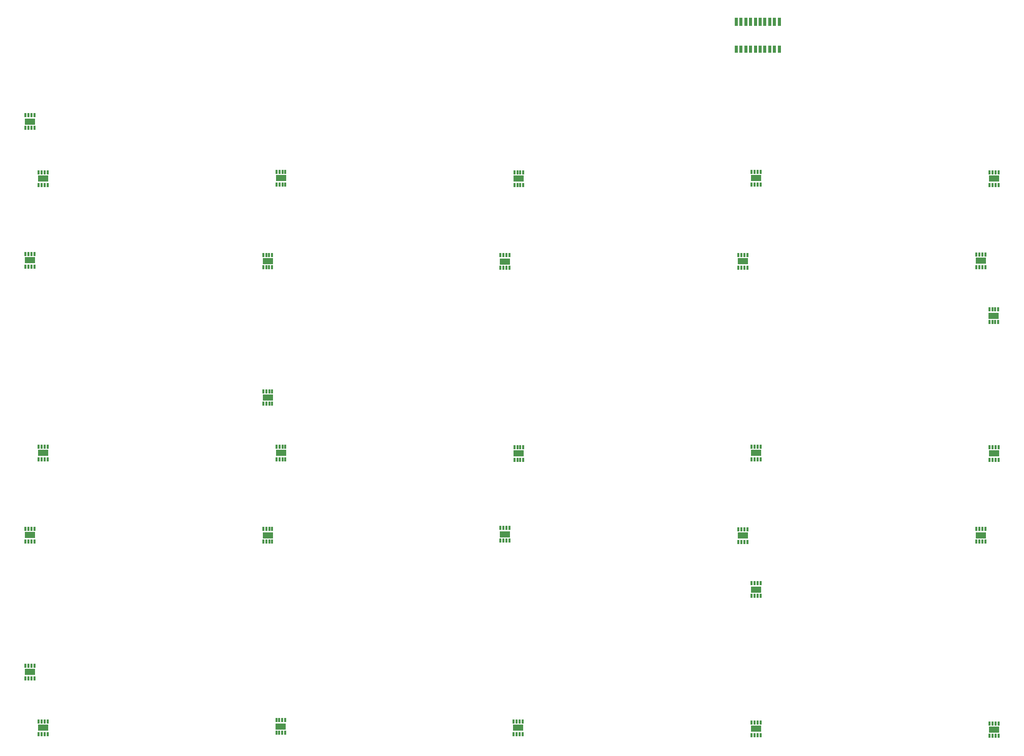
<source format=gbp>
G04 #@! TF.GenerationSoftware,KiCad,Pcbnew,8.0.0-1.fc39*
G04 #@! TF.CreationDate,2024-03-18T17:57:31+01:00*
G04 #@! TF.ProjectId,FT24-AMS-Slave_v1-VTSENS,46543234-2d41-44d5-932d-536c6176655f,rev?*
G04 #@! TF.SameCoordinates,Original*
G04 #@! TF.FileFunction,Paste,Bot*
G04 #@! TF.FilePolarity,Positive*
%FSLAX46Y46*%
G04 Gerber Fmt 4.6, Leading zero omitted, Abs format (unit mm)*
G04 Created by KiCad (PCBNEW 8.0.0-1.fc39) date 2024-03-18 17:57:31*
%MOMM*%
%LPD*%
G01*
G04 APERTURE LIST*
%ADD10R,0.300000X0.700000*%
%ADD11R,1.700000X1.000000*%
%ADD12R,0.550000X1.300000*%
%ADD13R,0.550000X1.400000*%
G04 APERTURE END LIST*
D10*
X106825000Y-65275000D03*
X106325000Y-65275000D03*
X105825000Y-65275000D03*
X105325000Y-65275000D03*
X105325000Y-63175000D03*
X105825000Y-63175000D03*
X106325000Y-63175000D03*
X106825000Y-63175000D03*
D11*
X106075000Y-64225000D03*
D10*
X186130330Y-111087498D03*
X185630330Y-111087498D03*
X185130330Y-111087498D03*
X184630330Y-111087498D03*
X184630330Y-108987498D03*
X185130330Y-108987498D03*
X185630330Y-108987498D03*
X186130330Y-108987498D03*
D11*
X185380330Y-110037498D03*
D10*
X146430330Y-65324080D03*
X145930330Y-65324080D03*
X145430330Y-65324080D03*
X144930330Y-65324080D03*
X144930330Y-63224080D03*
X145430330Y-63224080D03*
X145930330Y-63224080D03*
X146430330Y-63224080D03*
D11*
X145680330Y-64274080D03*
D10*
X67130330Y-133875000D03*
X66630330Y-133875000D03*
X66130330Y-133875000D03*
X65630330Y-133875000D03*
X65630330Y-131775000D03*
X66130330Y-131775000D03*
X66630330Y-131775000D03*
X67130330Y-131775000D03*
D11*
X66380330Y-132825000D03*
D10*
X146430330Y-110869670D03*
X145930330Y-110869670D03*
X145430330Y-110869670D03*
X144930330Y-110869670D03*
X144930330Y-108769670D03*
X145430330Y-108769670D03*
X145930330Y-108769670D03*
X146430330Y-108769670D03*
D11*
X145680330Y-109819670D03*
D10*
X225800000Y-65200000D03*
X225300000Y-65200000D03*
X224800000Y-65200000D03*
X224300000Y-65200000D03*
X224300000Y-63100000D03*
X224800000Y-63100000D03*
X225300000Y-63100000D03*
X225800000Y-63100000D03*
D11*
X225050000Y-64150000D03*
D10*
X226530330Y-141400000D03*
X227030330Y-141400000D03*
X227530330Y-141400000D03*
X228030330Y-141400000D03*
X228030330Y-143500000D03*
X227530330Y-143500000D03*
X227030330Y-143500000D03*
X226530330Y-143500000D03*
D11*
X227280330Y-142450000D03*
D10*
X107530330Y-49300000D03*
X108030330Y-49300000D03*
X108530330Y-49300000D03*
X109030330Y-49300000D03*
X109030330Y-51400000D03*
X108530330Y-51400000D03*
X108030330Y-51400000D03*
X107530330Y-51400000D03*
D11*
X108280330Y-50350000D03*
D10*
X147230330Y-49400000D03*
X147730330Y-49400000D03*
X148230330Y-49400000D03*
X148730330Y-49400000D03*
X148730330Y-51500000D03*
X148230330Y-51500000D03*
X147730330Y-51500000D03*
X147230330Y-51500000D03*
D11*
X147980330Y-50450000D03*
D10*
X147130330Y-141100000D03*
X147630330Y-141100000D03*
X148130330Y-141100000D03*
X148630330Y-141100000D03*
X148630330Y-143200000D03*
X148130330Y-143200000D03*
X147630330Y-143200000D03*
X147130330Y-143200000D03*
D11*
X147880330Y-142150000D03*
D10*
X226530330Y-95300000D03*
X227030330Y-95300000D03*
X227530330Y-95300000D03*
X228030330Y-95300000D03*
X228030330Y-97400000D03*
X227530330Y-97400000D03*
X227030330Y-97400000D03*
X226530330Y-97400000D03*
D11*
X227280330Y-96350000D03*
D10*
X186130330Y-65300000D03*
X185630330Y-65300000D03*
X185130330Y-65300000D03*
X184630330Y-65300000D03*
X184630330Y-63200000D03*
X185130330Y-63200000D03*
X185630330Y-63200000D03*
X186130330Y-63200000D03*
D11*
X185380330Y-64250000D03*
D10*
X147230330Y-95300000D03*
X147730330Y-95300000D03*
X148230330Y-95300000D03*
X148730330Y-95300000D03*
X148730330Y-97400000D03*
X148230330Y-97400000D03*
X147730330Y-97400000D03*
X147230330Y-97400000D03*
D11*
X147980330Y-96350000D03*
D10*
X186830330Y-141250000D03*
X187330330Y-141250000D03*
X187830330Y-141250000D03*
X188330330Y-141250000D03*
X188330330Y-143350000D03*
X187830330Y-143350000D03*
X187330330Y-143350000D03*
X186830330Y-143350000D03*
D11*
X187580330Y-142300000D03*
D10*
X226480330Y-72300000D03*
X226980330Y-72300000D03*
X227480330Y-72300000D03*
X227980330Y-72300000D03*
X227980330Y-74400000D03*
X227480330Y-74400000D03*
X226980330Y-74400000D03*
X226480330Y-74400000D03*
D11*
X227230330Y-73350000D03*
D10*
X106830330Y-88050000D03*
X106330330Y-88050000D03*
X105830330Y-88050000D03*
X105330330Y-88050000D03*
X105330330Y-85950000D03*
X105830330Y-85950000D03*
X106330330Y-85950000D03*
X106830330Y-85950000D03*
D11*
X106080330Y-87000000D03*
D10*
X67830330Y-141100000D03*
X68330330Y-141100000D03*
X68830330Y-141100000D03*
X69330330Y-141100000D03*
X69330330Y-143200000D03*
X68830330Y-143200000D03*
X68330330Y-143200000D03*
X67830330Y-143200000D03*
D11*
X68580330Y-142150000D03*
D10*
X67130330Y-65137517D03*
X66630330Y-65137517D03*
X66130330Y-65137517D03*
X65630330Y-65137517D03*
X65630330Y-63037517D03*
X66130330Y-63037517D03*
X66630330Y-63037517D03*
X67130330Y-63037517D03*
D11*
X66380330Y-64087517D03*
D10*
X67130330Y-111033274D03*
X66630330Y-111033274D03*
X66130330Y-111033274D03*
X65630330Y-111033274D03*
X65630330Y-108933274D03*
X66130330Y-108933274D03*
X66630330Y-108933274D03*
X67130330Y-108933274D03*
D11*
X66380330Y-109983274D03*
D10*
X67130330Y-41980330D03*
X66630330Y-41980330D03*
X66130330Y-41980330D03*
X65630330Y-41980330D03*
X65630330Y-39880330D03*
X66130330Y-39880330D03*
X66630330Y-39880330D03*
X67130330Y-39880330D03*
D11*
X66380330Y-40930330D03*
D10*
X67830330Y-49410660D03*
X68330330Y-49410660D03*
X68830330Y-49410660D03*
X69330330Y-49410660D03*
X69330330Y-51510660D03*
X68830330Y-51510660D03*
X68330330Y-51510660D03*
X67830330Y-51510660D03*
D11*
X68580330Y-50460660D03*
D10*
X67830330Y-95200000D03*
X68330330Y-95200000D03*
X68830330Y-95200000D03*
X69330330Y-95200000D03*
X69330330Y-97300000D03*
X68830330Y-97300000D03*
X68330330Y-97300000D03*
X67830330Y-97300000D03*
D11*
X68580330Y-96250000D03*
D10*
X186830330Y-118025000D03*
X187330330Y-118025000D03*
X187830330Y-118025000D03*
X188330330Y-118025000D03*
X188330330Y-120125000D03*
X187830330Y-120125000D03*
X187330330Y-120125000D03*
X186830330Y-120125000D03*
D11*
X187580330Y-119075000D03*
D10*
X186830330Y-49312500D03*
X187330330Y-49312500D03*
X187830330Y-49312500D03*
X188330330Y-49312500D03*
X188330330Y-51412500D03*
X187830330Y-51412500D03*
X187330330Y-51412500D03*
X186830330Y-51412500D03*
D11*
X187580330Y-50362500D03*
D12*
X191440000Y-28825000D03*
D13*
X191440000Y-24275000D03*
D12*
X190640000Y-28825000D03*
D13*
X190640000Y-24275000D03*
D12*
X189840000Y-28825000D03*
D13*
X189840000Y-24275000D03*
D12*
X189040000Y-28825000D03*
D13*
X189040000Y-24275000D03*
D12*
X188240000Y-28825000D03*
D13*
X188240000Y-24275000D03*
D12*
X187440000Y-28825000D03*
D13*
X187440000Y-24275000D03*
D12*
X186640000Y-28825000D03*
D13*
X186640000Y-24275000D03*
D12*
X185840000Y-28825000D03*
D13*
X185840000Y-24275000D03*
D12*
X185040000Y-28825000D03*
D13*
X185040000Y-24275000D03*
D12*
X184240000Y-28825000D03*
D13*
X184240000Y-24275000D03*
D10*
X186830330Y-95200000D03*
X187330330Y-95200000D03*
X187830330Y-95200000D03*
X188330330Y-95200000D03*
X188330330Y-97300000D03*
X187830330Y-97300000D03*
X187330330Y-97300000D03*
X186830330Y-97300000D03*
D11*
X187580330Y-96250000D03*
D10*
X226530330Y-49400000D03*
X227030330Y-49400000D03*
X227530330Y-49400000D03*
X228030330Y-49400000D03*
X228030330Y-51500000D03*
X227530330Y-51500000D03*
X227030330Y-51500000D03*
X226530330Y-51500000D03*
D11*
X227280330Y-50450000D03*
D10*
X107530330Y-95200000D03*
X108030330Y-95200000D03*
X108530330Y-95200000D03*
X109030330Y-95200000D03*
X109030330Y-97300000D03*
X108530330Y-97300000D03*
X108030330Y-97300000D03*
X107530330Y-97300000D03*
D11*
X108280330Y-96250000D03*
D10*
X106830330Y-111050007D03*
X106330330Y-111050007D03*
X105830330Y-111050007D03*
X105330330Y-111050007D03*
X105330330Y-108950007D03*
X105830330Y-108950007D03*
X106330330Y-108950007D03*
X106830330Y-108950007D03*
D11*
X106080330Y-110000007D03*
D10*
X225800000Y-111050000D03*
X225300000Y-111050000D03*
X224800000Y-111050000D03*
X224300000Y-111050000D03*
X224300000Y-108950000D03*
X224800000Y-108950000D03*
X225300000Y-108950000D03*
X225800000Y-108950000D03*
D11*
X225050000Y-110000000D03*
D10*
X107513297Y-140875000D03*
X108013297Y-140875000D03*
X108513297Y-140875000D03*
X109013297Y-140875000D03*
X109013297Y-142975000D03*
X108513297Y-142975000D03*
X108013297Y-142975000D03*
X107513297Y-142975000D03*
D11*
X108263297Y-141925000D03*
M02*

</source>
